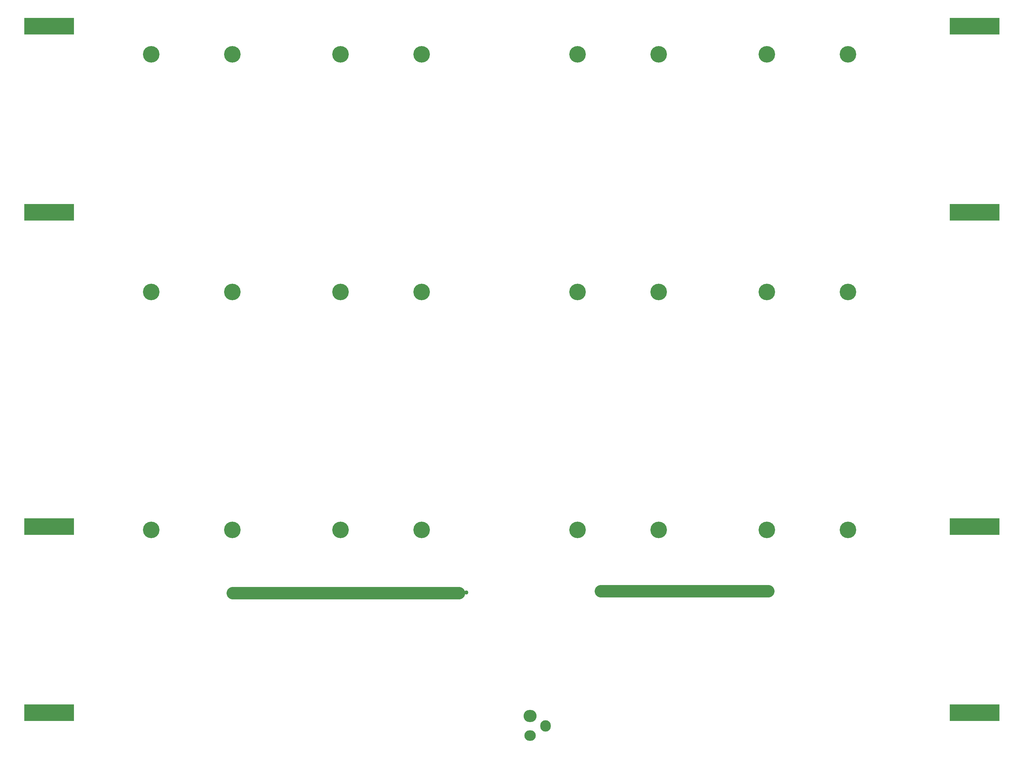
<source format=gbl>
%FSTAX24Y24*%
%MOIN*%
%SFA1B1*%

%IPPOS*%
%ADD27C,0.150000*%
%ADD29O,0.157500X0.147600*%
%ADD30O,0.128000X0.137800*%
%ADD31O,0.137800X0.128000*%
%ADD32C,0.200000*%
%ADD33R,0.600000X0.200000*%
%ADD34C,0.050000*%
%LNtoasterbigboard-1*%
%LPD*%
G54D27*
X05025Y040712D02*
X0503D01*
X077583*
X094709Y04095D02*
X1146D01*
X11495*
G54D29*
X0862Y025841D03*
G54D30*
X08805Y02466D03*
G54D31*
X0862Y023479D03*
G54D32*
X050208Y105865D03*
X040427D03*
X063299D03*
X07308D03*
X050208Y077115D03*
X040427D03*
X063299D03*
X07308D03*
X050208Y048365D03*
X040427D03*
X063299D03*
X07308D03*
X114799Y105865D03*
X124579D03*
X101707D03*
X091927D03*
X114799Y077115D03*
X124579D03*
X101707D03*
X091927D03*
X114799Y048365D03*
X124579D03*
X101707D03*
X091927D03*
G54D33*
X0281Y04875D03*
X1399D03*
Y08675D03*
X0281D03*
X1399Y02625D03*
X0281Y10925D03*
X1399D03*
X0281Y02625D03*
G54D34*
X0785Y0408D03*
X0503Y0407D03*
X094709Y04095D03*
X1146D03*
M02*
</source>
